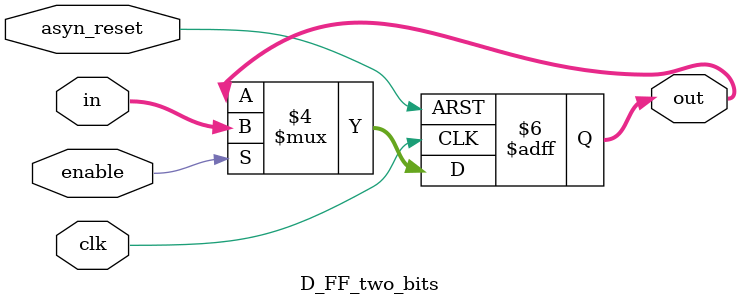
<source format=v>
module D_FF_two_bits(in,out,clk,enable,asyn_reset);

input clk;
input enable;
input asyn_reset;
input[1:0] in;
output[1:0] out;
reg[1:0] out;


always@(posedge clk or posedge asyn_reset) begin
	if (asyn_reset == 1) begin
		out <= 0;
	end
	else begin
		if(enable==1'b1) begin
			out<=in;
		end
	end
end

endmodule

</source>
